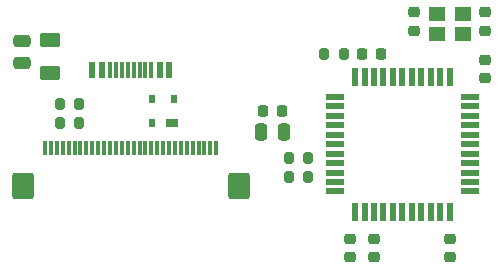
<source format=gbp>
G04 #@! TF.GenerationSoftware,KiCad,Pcbnew,(6.0.4-0)*
G04 #@! TF.CreationDate,2022-04-22T14:06:04+09:00*
G04 #@! TF.ProjectId,mcupcb,6d637570-6362-42e6-9b69-6361645f7063,rev?*
G04 #@! TF.SameCoordinates,Original*
G04 #@! TF.FileFunction,Paste,Bot*
G04 #@! TF.FilePolarity,Positive*
%FSLAX46Y46*%
G04 Gerber Fmt 4.6, Leading zero omitted, Abs format (unit mm)*
G04 Created by KiCad (PCBNEW (6.0.4-0)) date 2022-04-22 14:06:04*
%MOMM*%
%LPD*%
G01*
G04 APERTURE LIST*
G04 Aperture macros list*
%AMRoundRect*
0 Rectangle with rounded corners*
0 $1 Rounding radius*
0 $2 $3 $4 $5 $6 $7 $8 $9 X,Y pos of 4 corners*
0 Add a 4 corners polygon primitive as box body*
4,1,4,$2,$3,$4,$5,$6,$7,$8,$9,$2,$3,0*
0 Add four circle primitives for the rounded corners*
1,1,$1+$1,$2,$3*
1,1,$1+$1,$4,$5*
1,1,$1+$1,$6,$7*
1,1,$1+$1,$8,$9*
0 Add four rect primitives between the rounded corners*
20,1,$1+$1,$2,$3,$4,$5,0*
20,1,$1+$1,$4,$5,$6,$7,0*
20,1,$1+$1,$6,$7,$8,$9,0*
20,1,$1+$1,$8,$9,$2,$3,0*%
G04 Aperture macros list end*
%ADD10R,0.300000X1.300000*%
%ADD11RoundRect,0.200000X0.700000X0.900000X-0.700000X0.900000X-0.700000X-0.900000X0.700000X-0.900000X0*%
%ADD12R,1.500000X0.550000*%
%ADD13R,0.550000X1.500000*%
%ADD14RoundRect,0.225000X-0.225000X-0.250000X0.225000X-0.250000X0.225000X0.250000X-0.225000X0.250000X0*%
%ADD15RoundRect,0.200000X0.200000X0.275000X-0.200000X0.275000X-0.200000X-0.275000X0.200000X-0.275000X0*%
%ADD16RoundRect,0.225000X0.250000X-0.225000X0.250000X0.225000X-0.250000X0.225000X-0.250000X-0.225000X0*%
%ADD17RoundRect,0.200000X-0.200000X-0.275000X0.200000X-0.275000X0.200000X0.275000X-0.200000X0.275000X0*%
%ADD18RoundRect,0.225000X-0.250000X0.225000X-0.250000X-0.225000X0.250000X-0.225000X0.250000X0.225000X0*%
%ADD19R,1.000000X0.700000*%
%ADD20R,0.600000X0.700000*%
%ADD21RoundRect,0.250000X-0.475000X0.250000X-0.475000X-0.250000X0.475000X-0.250000X0.475000X0.250000X0*%
%ADD22RoundRect,0.225000X0.225000X0.250000X-0.225000X0.250000X-0.225000X-0.250000X0.225000X-0.250000X0*%
%ADD23RoundRect,0.200000X0.500000X0.400000X-0.500000X0.400000X-0.500000X-0.400000X0.500000X-0.400000X0*%
%ADD24RoundRect,0.250000X0.625000X-0.375000X0.625000X0.375000X-0.625000X0.375000X-0.625000X-0.375000X0*%
%ADD25R,0.600000X1.450000*%
%ADD26R,0.300000X1.450000*%
%ADD27RoundRect,0.250000X-0.250000X-0.475000X0.250000X-0.475000X0.250000X0.475000X-0.250000X0.475000X0*%
G04 APERTURE END LIST*
D10*
X207250000Y-160900000D03*
X206750000Y-160900000D03*
X206250000Y-160900000D03*
X205750000Y-160900000D03*
X205250000Y-160900000D03*
X204750000Y-160900000D03*
X204250000Y-160900000D03*
X203750000Y-160900000D03*
X203250000Y-160900000D03*
X202750000Y-160900000D03*
X202250000Y-160900000D03*
X201750000Y-160900000D03*
X201250000Y-160900000D03*
X200750000Y-160900000D03*
X200250000Y-160900000D03*
X199750000Y-160900000D03*
X199250000Y-160900000D03*
X198750000Y-160900000D03*
X198250000Y-160900000D03*
X197750000Y-160900000D03*
X197250000Y-160900000D03*
X196750000Y-160900000D03*
X196250000Y-160900000D03*
X195750000Y-160900000D03*
X195250000Y-160900000D03*
X194750000Y-160900000D03*
X194250000Y-160900000D03*
X193750000Y-160900000D03*
X193250000Y-160900000D03*
X192750000Y-160900000D03*
D11*
X209150000Y-164150000D03*
X190850000Y-164150000D03*
D12*
X217300000Y-164600000D03*
X217300000Y-163800000D03*
X217300000Y-163000000D03*
X217300000Y-162200000D03*
X217300000Y-161400000D03*
X217300000Y-160600000D03*
X217300000Y-159800000D03*
X217300000Y-159000000D03*
X217300000Y-158200000D03*
X217300000Y-157400000D03*
X217300000Y-156600000D03*
D13*
X219000000Y-154900000D03*
X219800000Y-154900000D03*
X220600000Y-154900000D03*
X221400000Y-154900000D03*
X222200000Y-154900000D03*
X223000000Y-154900000D03*
X223800000Y-154900000D03*
X224600000Y-154900000D03*
X225400000Y-154900000D03*
X226200000Y-154900000D03*
X227000000Y-154900000D03*
D12*
X228700000Y-156600000D03*
X228700000Y-157400000D03*
X228700000Y-158200000D03*
X228700000Y-159000000D03*
X228700000Y-159800000D03*
X228700000Y-160600000D03*
X228700000Y-161400000D03*
X228700000Y-162200000D03*
X228700000Y-163000000D03*
X228700000Y-163800000D03*
X228700000Y-164600000D03*
D13*
X227000000Y-166300000D03*
X226200000Y-166300000D03*
X225400000Y-166300000D03*
X224600000Y-166300000D03*
X223800000Y-166300000D03*
X223000000Y-166300000D03*
X222200000Y-166300000D03*
X221400000Y-166300000D03*
X220600000Y-166300000D03*
X219800000Y-166300000D03*
X219000000Y-166300000D03*
D14*
X219625000Y-153000000D03*
X221175000Y-153000000D03*
D15*
X215025000Y-161800000D03*
X213375000Y-161800000D03*
D16*
X220600000Y-170175000D03*
X220600000Y-168625000D03*
D17*
X216375000Y-153000000D03*
X218025000Y-153000000D03*
D18*
X227000000Y-168625000D03*
X227000000Y-170175000D03*
D16*
X230000000Y-150975000D03*
X230000000Y-149425000D03*
D19*
X203500000Y-158800000D03*
D20*
X201800000Y-158800000D03*
X201800000Y-156800000D03*
X203700000Y-156800000D03*
D18*
X218600000Y-168625000D03*
X218600000Y-170175000D03*
D16*
X224000000Y-150975000D03*
X224000000Y-149425000D03*
D17*
X193975000Y-158800000D03*
X195625000Y-158800000D03*
D21*
X190800000Y-151850000D03*
X190800000Y-153750000D03*
D22*
X212775000Y-157800000D03*
X211225000Y-157800000D03*
D15*
X215025000Y-163400000D03*
X213375000Y-163400000D03*
D23*
X228100000Y-151250000D03*
X225900000Y-151250000D03*
X225900000Y-149550000D03*
X228100000Y-149550000D03*
D24*
X193200000Y-154600000D03*
X193200000Y-151800000D03*
D15*
X195625000Y-157200000D03*
X193975000Y-157200000D03*
D25*
X196750000Y-154294999D03*
X197550000Y-154294999D03*
D26*
X198750000Y-154294999D03*
X199750000Y-154294999D03*
X200250000Y-154294999D03*
X201250000Y-154294999D03*
D25*
X202450000Y-154294999D03*
X203250000Y-154294999D03*
X203250000Y-154294999D03*
X202450000Y-154294999D03*
D26*
X201750000Y-154294999D03*
X200750000Y-154294999D03*
X199250000Y-154294999D03*
X198250000Y-154294999D03*
D25*
X197550000Y-154294999D03*
X196750000Y-154294999D03*
D27*
X211050000Y-159600000D03*
X212950000Y-159600000D03*
D16*
X230000000Y-155025000D03*
X230000000Y-153475000D03*
M02*

</source>
